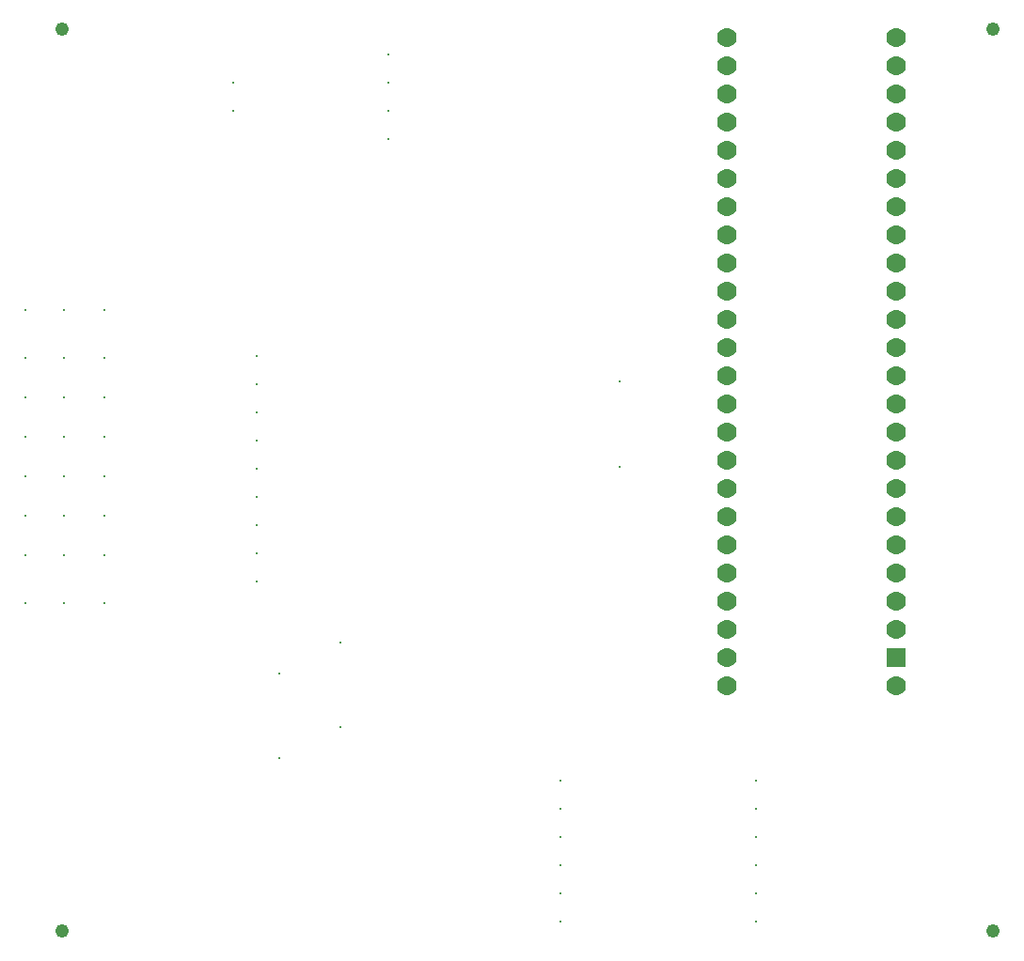
<source format=gbr>
%TF.GenerationSoftware,Altium Limited,Altium Designer,24.4.1 (13)*%
G04 Layer_Color=8388736*
%FSLAX45Y45*%
%MOMM*%
%TF.SameCoordinates,B3E1FF51-322A-4C5C-8053-80DE806A948F*%
%TF.FilePolarity,Negative*%
%TF.FileFunction,Soldermask,Top*%
%TF.Part,Single*%
G01*
G75*
%TA.AperFunction,ComponentPad*%
%ADD24C,0.20320*%
%ADD25R,0.20320X0.20320*%
%TA.AperFunction,ViaPad*%
%ADD26C,1.21920*%
%TA.AperFunction,ComponentPad*%
%ADD27C,1.77320*%
%ADD28R,1.77320X1.77320*%
D24*
X8318500Y7490500D02*
D03*
X7785100Y4660900D02*
D03*
Y4406900D02*
D03*
Y4152900D02*
D03*
Y3898900D02*
D03*
Y3644900D02*
D03*
Y3390900D02*
D03*
X9550400Y4660900D02*
D03*
Y4406900D02*
D03*
Y4152900D02*
D03*
Y3898900D02*
D03*
Y3644900D02*
D03*
Y3390900D02*
D03*
X5257800Y4861601D02*
D03*
X5803900Y5907999D02*
D03*
X2971800Y7759700D02*
D03*
Y8115300D02*
D03*
Y8470900D02*
D03*
X3314700Y6261100D02*
D03*
Y6692900D02*
D03*
Y7048500D02*
D03*
Y7404100D02*
D03*
X2971800Y8902700D02*
D03*
X3683000D02*
D03*
Y8470900D02*
D03*
Y8115300D02*
D03*
Y7759700D02*
D03*
X2971800Y6261100D02*
D03*
Y6692900D02*
D03*
X3314700Y7759700D02*
D03*
Y8115300D02*
D03*
Y8470900D02*
D03*
X3683000Y7404100D02*
D03*
Y7048500D02*
D03*
Y6692900D02*
D03*
Y6261100D02*
D03*
X3314700Y8902700D02*
D03*
X2971800Y7404100D02*
D03*
Y7048500D02*
D03*
X4838700Y10947400D02*
D03*
Y10693400D02*
D03*
X6235700Y10439400D02*
D03*
Y10693400D02*
D03*
Y10947400D02*
D03*
Y11201400D02*
D03*
X5054600Y8483600D02*
D03*
Y8229600D02*
D03*
Y7975600D02*
D03*
Y7721600D02*
D03*
Y7467600D02*
D03*
Y7213600D02*
D03*
Y6959600D02*
D03*
Y6705600D02*
D03*
Y6451600D02*
D03*
D25*
X8318500Y8257500D02*
D03*
X5257800Y5628599D02*
D03*
X5803900Y5141001D02*
D03*
D26*
X3302000Y11430000D02*
D03*
Y3302000D02*
D03*
X11684000D02*
D03*
Y11430000D02*
D03*
D27*
X10807700Y11353800D02*
D03*
Y11099800D02*
D03*
Y10845800D02*
D03*
Y10591800D02*
D03*
Y10337800D02*
D03*
Y10083800D02*
D03*
Y9829800D02*
D03*
Y9575800D02*
D03*
Y9321800D02*
D03*
Y5511800D02*
D03*
X9283700Y6273800D02*
D03*
Y6527800D02*
D03*
Y6781800D02*
D03*
Y7035800D02*
D03*
Y7289800D02*
D03*
Y7543800D02*
D03*
Y7797800D02*
D03*
Y8051800D02*
D03*
Y8305800D02*
D03*
Y8559800D02*
D03*
Y8813800D02*
D03*
Y9067800D02*
D03*
Y6019800D02*
D03*
Y5765800D02*
D03*
Y5511800D02*
D03*
Y9321800D02*
D03*
Y9575800D02*
D03*
Y9829800D02*
D03*
Y10083800D02*
D03*
Y10337800D02*
D03*
Y10591800D02*
D03*
Y10845800D02*
D03*
Y11099800D02*
D03*
Y11353800D02*
D03*
X10807700Y9067800D02*
D03*
Y8813800D02*
D03*
Y8559800D02*
D03*
Y8305800D02*
D03*
Y8051800D02*
D03*
Y7797800D02*
D03*
Y7543800D02*
D03*
Y7289800D02*
D03*
Y7035800D02*
D03*
Y6781800D02*
D03*
Y6527800D02*
D03*
Y6273800D02*
D03*
Y6019800D02*
D03*
D28*
Y5765800D02*
D03*
%TF.MD5,31e374081ae2ed7f081039530eb55aa6*%
M02*

</source>
